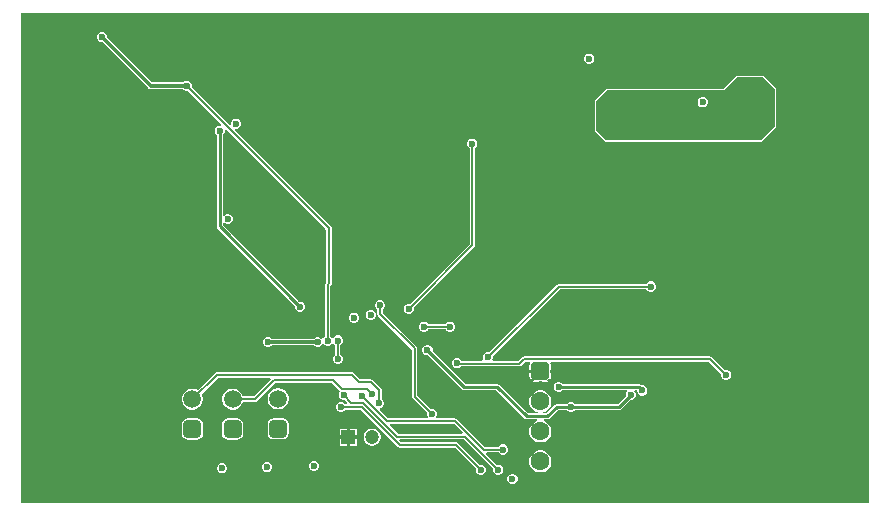
<source format=gbr>
%TF.GenerationSoftware,Altium Limited,Altium Designer,25.4.2 (15)*%
G04 Layer_Physical_Order=4*
G04 Layer_Color=16711680*
%FSLAX45Y45*%
%MOMM*%
%TF.SameCoordinates,3CA1961E-9661-47C5-9BAE-CD2B19B8C498*%
%TF.FilePolarity,Positive*%
%TF.FileFunction,Copper,L4,Bot,Signal*%
%TF.Part,Single*%
G01*
G75*
%TA.AperFunction,Conductor*%
%ADD43C,0.25000*%
%ADD44C,0.20000*%
%ADD45C,0.30000*%
%TA.AperFunction,ComponentPad*%
%ADD47R,1.20000X1.20000*%
%ADD48C,1.20000*%
%ADD49C,1.52000*%
G04:AMPARAMS|DCode=50|XSize=1.52mm|YSize=1.52mm|CornerRadius=0.38mm|HoleSize=0mm|Usage=FLASHONLY|Rotation=90.000|XOffset=0mm|YOffset=0mm|HoleType=Round|Shape=RoundedRectangle|*
%AMROUNDEDRECTD50*
21,1,1.52000,0.76000,0,0,90.0*
21,1,0.76000,1.52000,0,0,90.0*
1,1,0.76000,0.38000,0.38000*
1,1,0.76000,0.38000,-0.38000*
1,1,0.76000,-0.38000,-0.38000*
1,1,0.76000,-0.38000,0.38000*
%
%ADD50ROUNDEDRECTD50*%
%ADD51C,1.60000*%
G04:AMPARAMS|DCode=52|XSize=1.6mm|YSize=1.6mm|CornerRadius=0.4mm|HoleSize=0mm|Usage=FLASHONLY|Rotation=270.000|XOffset=0mm|YOffset=0mm|HoleType=Round|Shape=RoundedRectangle|*
%AMROUNDEDRECTD52*
21,1,1.60000,0.80000,0,0,270.0*
21,1,0.80000,1.60000,0,0,270.0*
1,1,0.80000,-0.40000,-0.40000*
1,1,0.80000,-0.40000,0.40000*
1,1,0.80000,0.40000,0.40000*
1,1,0.80000,0.40000,-0.40000*
%
%ADD52ROUNDEDRECTD52*%
%TA.AperFunction,ViaPad*%
%ADD53C,0.60000*%
%ADD54C,0.50000*%
G36*
X15089609Y4729413D02*
X7910391D01*
Y8879609D01*
X15089609D01*
Y4729413D01*
D02*
G37*
%LPC*%
G36*
X12728493Y8532700D02*
X12711506D01*
X12695813Y8526199D01*
X12683801Y8514187D01*
X12677300Y8498494D01*
Y8481507D01*
X12683801Y8465813D01*
X12695813Y8453801D01*
X12711506Y8447300D01*
X12728493D01*
X12744187Y8453801D01*
X12756199Y8465813D01*
X12762700Y8481507D01*
Y8498494D01*
X12756199Y8514187D01*
X12744187Y8526199D01*
X12728493Y8532700D01*
D02*
G37*
G36*
X13970000Y8343747D02*
X13960280Y8339720D01*
X13854306Y8233747D01*
X12870000D01*
X12860280Y8229720D01*
X12860278Y8229720D01*
X12770280Y8139721D01*
X12766253Y8130000D01*
X12766254Y8130000D01*
Y7880000D01*
X12770280Y7870280D01*
X12850281Y7790280D01*
X12860001Y7786253D01*
X12860001Y7786253D01*
X14170000D01*
X14170000Y7786253D01*
X14179720Y7790280D01*
X14299719Y7910280D01*
X14303748Y7920000D01*
X14303748Y7920001D01*
Y8230000D01*
X14299719Y8239720D01*
X14299719Y8239720D01*
X14199719Y8339720D01*
X14189999Y8343747D01*
X14189999Y8343746D01*
X13970001Y8343747D01*
X13970000Y8343747D01*
D02*
G37*
G36*
X13248492Y6602700D02*
X13231506D01*
X13215813Y6596199D01*
X13203801Y6584187D01*
X13203369Y6583145D01*
X12460000D01*
X12451143Y6581383D01*
X12443634Y6576366D01*
X11869536Y6002268D01*
X11868493Y6002700D01*
X11851506D01*
X11835812Y5996199D01*
X11823801Y5984187D01*
X11817300Y5968494D01*
Y5951507D01*
X11820764Y5943145D01*
X11812575Y5930445D01*
X11637749D01*
X11636199Y5934188D01*
X11624187Y5946199D01*
X11608493Y5952700D01*
X11591506D01*
X11575813Y5946199D01*
X11563801Y5934188D01*
X11557300Y5918494D01*
Y5901507D01*
X11563801Y5885813D01*
X11575813Y5873801D01*
X11591506Y5867300D01*
X11608493D01*
X11624187Y5873801D01*
X11634542Y5884155D01*
X12127300D01*
X12136157Y5885917D01*
X12143666Y5890934D01*
X12174287Y5921555D01*
X12214074D01*
X12220863Y5908855D01*
X12216658Y5902562D01*
X12212568Y5882000D01*
Y5857000D01*
X12228101D01*
Y5827000D01*
X12212568D01*
Y5802000D01*
X12216658Y5781438D01*
X12219809Y5776722D01*
X12230743Y5787656D01*
X12251956Y5766443D01*
X12241022Y5755509D01*
X12245738Y5752358D01*
X12266300Y5748268D01*
X12291300D01*
Y5763801D01*
X12321300D01*
Y5748268D01*
X12346300D01*
X12366862Y5752358D01*
X12371578Y5755509D01*
X12360644Y5766443D01*
X12381857Y5787656D01*
X12392791Y5776722D01*
X12395942Y5781438D01*
X12400032Y5802000D01*
Y5827000D01*
X12384499D01*
Y5857000D01*
X12400032D01*
Y5882000D01*
X12395942Y5902562D01*
X12391737Y5908855D01*
X12398526Y5921555D01*
X13735713D01*
X13837732Y5819536D01*
X13837300Y5818494D01*
Y5801507D01*
X13843800Y5785813D01*
X13855814Y5773801D01*
X13871506Y5767300D01*
X13888493D01*
X13904187Y5773801D01*
X13916199Y5785813D01*
X13922701Y5801507D01*
Y5818494D01*
X13916199Y5834187D01*
X13904187Y5846199D01*
X13888493Y5852700D01*
X13871506D01*
X13870464Y5852268D01*
X13761665Y5961066D01*
X13754156Y5966083D01*
X13745300Y5967845D01*
X12164700D01*
X12155843Y5966083D01*
X12148334Y5961066D01*
X12117713Y5930445D01*
X11907425D01*
X11899236Y5943145D01*
X11902700Y5951507D01*
Y5968494D01*
X11902268Y5969536D01*
X12469587Y6536855D01*
X13203369D01*
X13203801Y6535813D01*
X13215813Y6523801D01*
X13231506Y6517300D01*
X13248492D01*
X13264188Y6523801D01*
X13276199Y6535813D01*
X13282700Y6551507D01*
Y6568494D01*
X13276199Y6584187D01*
X13264188Y6596199D01*
X13248492Y6602700D01*
D02*
G37*
G36*
X11738493Y7812700D02*
X11721506D01*
X11705813Y7806199D01*
X11693801Y7794187D01*
X11687300Y7778493D01*
Y7761506D01*
X11693801Y7745813D01*
X11705813Y7733801D01*
X11706855Y7733369D01*
Y6919587D01*
X11199536Y6412268D01*
X11198493Y6412700D01*
X11181506D01*
X11165813Y6406199D01*
X11153801Y6394187D01*
X11147300Y6378493D01*
Y6361506D01*
X11153801Y6345813D01*
X11165813Y6333801D01*
X11181506Y6327300D01*
X11198493D01*
X11214187Y6333801D01*
X11226199Y6345813D01*
X11232700Y6361506D01*
Y6378493D01*
X11232268Y6379536D01*
X11746366Y6893634D01*
X11751383Y6901143D01*
X11753145Y6910000D01*
Y7733369D01*
X11754187Y7733801D01*
X11766199Y7745813D01*
X11772700Y7761506D01*
Y7778493D01*
X11766199Y7794187D01*
X11754187Y7806199D01*
X11738493Y7812700D01*
D02*
G37*
G36*
X10878494Y6362700D02*
X10861507D01*
X10845813Y6356199D01*
X10833801Y6344187D01*
X10827300Y6328494D01*
Y6311507D01*
X10833801Y6295813D01*
X10845813Y6283801D01*
X10861507Y6277300D01*
X10878494D01*
X10894188Y6283801D01*
X10906199Y6295813D01*
X10912700Y6311507D01*
Y6328494D01*
X10906199Y6344187D01*
X10894188Y6356199D01*
X10878494Y6362700D01*
D02*
G37*
G36*
X10737354Y6338158D02*
X10720367D01*
X10704673Y6331657D01*
X10692661Y6319645D01*
X10686160Y6303952D01*
Y6286965D01*
X10692661Y6271271D01*
X10704673Y6259259D01*
X10720367Y6252758D01*
X10737354D01*
X10753048Y6259259D01*
X10765059Y6271271D01*
X10771560Y6286965D01*
Y6303952D01*
X10765059Y6319645D01*
X10753048Y6331657D01*
X10737354Y6338158D01*
D02*
G37*
G36*
X11548494Y6262700D02*
X11531507D01*
X11515813Y6256199D01*
X11503801Y6244187D01*
X11503369Y6243145D01*
X11356631D01*
X11356199Y6244187D01*
X11344187Y6256199D01*
X11328493Y6262700D01*
X11311506D01*
X11295813Y6256199D01*
X11283801Y6244187D01*
X11277300Y6228494D01*
Y6211507D01*
X11283801Y6195813D01*
X11295813Y6183801D01*
X11311506Y6177300D01*
X11328493D01*
X11344187Y6183801D01*
X11356199Y6195813D01*
X11356631Y6196855D01*
X11503369D01*
X11503801Y6195813D01*
X11515813Y6183801D01*
X11531507Y6177300D01*
X11548494D01*
X11564187Y6183801D01*
X11576199Y6195813D01*
X11582700Y6211507D01*
Y6228494D01*
X11576199Y6244187D01*
X11564187Y6256199D01*
X11548494Y6262700D01*
D02*
G37*
G36*
X8604427Y8713205D02*
X8587440D01*
X8571746Y8706704D01*
X8559734Y8694693D01*
X8553233Y8678999D01*
Y8662012D01*
X8559734Y8646318D01*
X8571746Y8634306D01*
X8587440Y8627805D01*
X8598691D01*
X8986467Y8240030D01*
X8986468Y8240029D01*
X8995630Y8233907D01*
X9006438Y8231757D01*
X9006440Y8231757D01*
X9277856D01*
X9285813Y8223801D01*
X9301506Y8217300D01*
X9318493D01*
X9319536Y8217732D01*
X9602835Y7934433D01*
X9600372Y7927777D01*
X9596608Y7922700D01*
X9581507D01*
X9565813Y7916199D01*
X9553801Y7904187D01*
X9547300Y7888493D01*
Y7871506D01*
X9553801Y7855813D01*
X9564306Y7845307D01*
Y7070000D01*
X9566262Y7060167D01*
X9571832Y7051832D01*
X10227300Y6396364D01*
Y6381506D01*
X10233801Y6365813D01*
X10245813Y6353801D01*
X10261507Y6347300D01*
X10278494D01*
X10294187Y6353801D01*
X10306199Y6365813D01*
X10312700Y6381506D01*
Y6398493D01*
X10306199Y6414187D01*
X10294187Y6426199D01*
X10278494Y6432700D01*
X10263636D01*
X9615694Y7080642D01*
Y7093659D01*
X9628394Y7098920D01*
X9633513Y7093801D01*
X9649207Y7087300D01*
X9666194D01*
X9681887Y7093801D01*
X9693899Y7105813D01*
X9700400Y7121506D01*
Y7138493D01*
X9693899Y7154187D01*
X9681887Y7166199D01*
X9666194Y7172700D01*
X9649207D01*
X9633513Y7166199D01*
X9628394Y7161080D01*
X9615694Y7166341D01*
Y7845307D01*
X9626199Y7855813D01*
X9632700Y7871506D01*
Y7886608D01*
X9637777Y7890372D01*
X9644433Y7892835D01*
X10494523Y7042746D01*
Y6598629D01*
X10487680Y6591786D01*
X10482663Y6584278D01*
X10480901Y6575421D01*
Y6137936D01*
X10479859Y6137505D01*
X10467847Y6125493D01*
X10466032Y6121110D01*
X10451404Y6118983D01*
X10444187Y6126199D01*
X10428493Y6132700D01*
X10411506D01*
X10395813Y6126199D01*
X10387856Y6118243D01*
X10032144D01*
X10024187Y6126199D01*
X10008494Y6132700D01*
X9991507D01*
X9975813Y6126199D01*
X9963801Y6114187D01*
X9957300Y6098494D01*
Y6081507D01*
X9963801Y6065813D01*
X9975813Y6053801D01*
X9991507Y6047300D01*
X10008494D01*
X10024187Y6053801D01*
X10032144Y6061757D01*
X10387856D01*
X10395813Y6053801D01*
X10411506Y6047300D01*
X10428493D01*
X10444187Y6053801D01*
X10456199Y6065813D01*
X10458014Y6070195D01*
X10472642Y6072323D01*
X10479859Y6065106D01*
X10495553Y6058606D01*
X10512540D01*
X10528233Y6065106D01*
X10540245Y6077118D01*
X10540480Y6077685D01*
X10553801Y6078712D01*
X10565812Y6066701D01*
X10566855Y6066269D01*
Y5982168D01*
X10554987Y5970300D01*
X10548486Y5954606D01*
Y5937619D01*
X10554987Y5921925D01*
X10566999Y5909914D01*
X10582693Y5903413D01*
X10599680D01*
X10615374Y5909914D01*
X10627385Y5921925D01*
X10633886Y5937619D01*
Y5954606D01*
X10627385Y5970300D01*
X10615374Y5982312D01*
X10613145Y5983235D01*
Y6066269D01*
X10614187Y6066701D01*
X10626199Y6078713D01*
X10632700Y6094406D01*
Y6111393D01*
X10626199Y6127087D01*
X10614187Y6139099D01*
X10598493Y6145600D01*
X10581506D01*
X10565812Y6139099D01*
X10553801Y6127087D01*
X10553566Y6126520D01*
X10540245Y6125493D01*
X10528233Y6137505D01*
X10527191Y6137936D01*
Y6565834D01*
X10534033Y6572676D01*
X10539050Y6580185D01*
X10540812Y6589042D01*
Y7052333D01*
X10539050Y7061190D01*
X10534033Y7068698D01*
X9717965Y7884767D01*
X9720428Y7891424D01*
X9724192Y7896500D01*
X9739293D01*
X9754987Y7903001D01*
X9766999Y7915013D01*
X9773500Y7930707D01*
Y7947694D01*
X9766999Y7963387D01*
X9754987Y7975399D01*
X9739293Y7981900D01*
X9722306D01*
X9706613Y7975399D01*
X9694601Y7963387D01*
X9688100Y7947694D01*
Y7932592D01*
X9683024Y7928828D01*
X9676367Y7926365D01*
X9352268Y8250464D01*
X9352700Y8251506D01*
Y8268493D01*
X9346199Y8284187D01*
X9334187Y8296199D01*
X9318493Y8302700D01*
X9301506D01*
X9285813Y8296199D01*
X9277856Y8288243D01*
X9018137D01*
X8638633Y8667747D01*
Y8678999D01*
X8632132Y8694693D01*
X8620120Y8706704D01*
X8604427Y8713205D01*
D02*
G37*
G36*
X11358493Y6062700D02*
X11341506D01*
X11325813Y6056199D01*
X11313801Y6044187D01*
X11307300Y6028493D01*
Y6011506D01*
X11313801Y5995812D01*
X11325813Y5983801D01*
X11341506Y5977300D01*
X11356364D01*
X11641832Y5691832D01*
X11650167Y5686262D01*
X11660000Y5684306D01*
X11929357D01*
X12171832Y5441832D01*
X12180168Y5436262D01*
X12190000Y5434306D01*
X12273415D01*
X12275087Y5421606D01*
X12270519Y5420382D01*
X12249381Y5408178D01*
X12232122Y5390919D01*
X12219918Y5369781D01*
X12213600Y5346204D01*
Y5321796D01*
X12219918Y5298219D01*
X12232122Y5277081D01*
X12249381Y5259822D01*
X12270519Y5247618D01*
X12294096Y5241300D01*
X12318504D01*
X12342081Y5247618D01*
X12363219Y5259822D01*
X12380478Y5277081D01*
X12392682Y5298219D01*
X12399000Y5321796D01*
Y5346204D01*
X12392682Y5369781D01*
X12380478Y5390919D01*
X12363219Y5408178D01*
X12342081Y5420382D01*
X12337513Y5421606D01*
X12339185Y5434306D01*
X12366168D01*
X12376000Y5436262D01*
X12384336Y5441832D01*
X12458293Y5515789D01*
X12528596D01*
X12539102Y5505283D01*
X12554796Y5498783D01*
X12571783D01*
X12587476Y5505283D01*
X12597982Y5515789D01*
X12971483D01*
X12981316Y5517745D01*
X12989651Y5523314D01*
X13063635Y5597300D01*
X13078494D01*
X13094186Y5603801D01*
X13106200Y5615812D01*
X13112700Y5631506D01*
Y5648493D01*
X13106200Y5664187D01*
X13098779Y5671606D01*
X13104041Y5684306D01*
X13127213D01*
X13127299Y5684219D01*
Y5671507D01*
X13133801Y5655813D01*
X13145813Y5643801D01*
X13161507Y5637300D01*
X13178494D01*
X13194186Y5643801D01*
X13206200Y5655813D01*
X13212700Y5671507D01*
Y5688494D01*
X13206200Y5704187D01*
X13194186Y5716199D01*
X13178494Y5722700D01*
X13161507D01*
X13161496Y5722696D01*
X13156023Y5728168D01*
X13147688Y5733738D01*
X13137856Y5735694D01*
X12494693D01*
X12484187Y5746199D01*
X12468493Y5752700D01*
X12451506D01*
X12435813Y5746199D01*
X12423801Y5734187D01*
X12417300Y5718494D01*
Y5701507D01*
X12423801Y5685813D01*
X12435813Y5673801D01*
X12451506Y5667300D01*
X12468493D01*
X12484187Y5673801D01*
X12494693Y5684306D01*
X13035959D01*
X13041220Y5671606D01*
X13033801Y5664187D01*
X13027299Y5648493D01*
Y5633636D01*
X12960840Y5567176D01*
X12597982D01*
X12587476Y5577682D01*
X12571783Y5584182D01*
X12554796D01*
X12539102Y5577682D01*
X12528596Y5567176D01*
X12447650D01*
X12437818Y5565220D01*
X12429482Y5559651D01*
X12355525Y5485694D01*
X12331721D01*
X12330049Y5498394D01*
X12342081Y5501618D01*
X12363219Y5513822D01*
X12380478Y5531081D01*
X12392682Y5552219D01*
X12399000Y5575796D01*
Y5600204D01*
X12392682Y5623781D01*
X12380478Y5644919D01*
X12363219Y5662178D01*
X12342081Y5674382D01*
X12318504Y5680700D01*
X12294096D01*
X12270519Y5674382D01*
X12249381Y5662178D01*
X12232122Y5644919D01*
X12219918Y5623781D01*
X12213600Y5600204D01*
Y5575796D01*
X12219918Y5552219D01*
X12232122Y5531081D01*
X12249381Y5513822D01*
X12270519Y5501618D01*
X12282551Y5498394D01*
X12280879Y5485694D01*
X12200643D01*
X11958168Y5728168D01*
X11949833Y5733738D01*
X11940000Y5735694D01*
X11670642D01*
X11392700Y6013636D01*
Y6028493D01*
X11386199Y6044187D01*
X11374187Y6056199D01*
X11358493Y6062700D01*
D02*
G37*
G36*
X10097128Y5697464D02*
X10073773D01*
X10051214Y5691419D01*
X10030988Y5679741D01*
X10014473Y5663227D01*
X10002796Y5643001D01*
X9996751Y5620442D01*
Y5597086D01*
X10002796Y5574527D01*
X10014473Y5554301D01*
X10030988Y5537786D01*
X10051214Y5526109D01*
X10073773Y5520064D01*
X10097128D01*
X10119687Y5526109D01*
X10139913Y5537786D01*
X10156428Y5554301D01*
X10168105Y5574527D01*
X10174150Y5597086D01*
Y5620442D01*
X10168105Y5643001D01*
X10156428Y5663227D01*
X10139913Y5679741D01*
X10119687Y5691419D01*
X10097128Y5697464D01*
D02*
G37*
G36*
X10958493Y6442700D02*
X10941506D01*
X10925813Y6436199D01*
X10913801Y6424187D01*
X10907300Y6408493D01*
Y6391506D01*
X10913801Y6375812D01*
X10925813Y6363801D01*
X10926855Y6363369D01*
Y6326886D01*
X10928617Y6318029D01*
X10933634Y6310521D01*
X11218028Y6026126D01*
Y5628827D01*
X11219790Y5619970D01*
X11224807Y5612461D01*
X11347732Y5489536D01*
X11347300Y5488493D01*
Y5471506D01*
X11353801Y5455813D01*
X11348508Y5443145D01*
X11019587D01*
X10947165Y5515567D01*
X10951957Y5528735D01*
X10964187Y5533801D01*
X10976199Y5545813D01*
X10982700Y5561507D01*
Y5578494D01*
X10976199Y5594187D01*
X10964187Y5606199D01*
X10963145Y5606631D01*
Y5680000D01*
X10961383Y5688858D01*
X10956366Y5696366D01*
X10886366Y5766366D01*
X10878858Y5771383D01*
X10870000Y5773145D01*
X10779587D01*
X10723502Y5829230D01*
X10715994Y5834247D01*
X10707136Y5836009D01*
X9565864D01*
X9557007Y5834247D01*
X9549498Y5829230D01*
X9404182Y5683913D01*
X9394237Y5689655D01*
X9371678Y5695700D01*
X9348322D01*
X9325763Y5689655D01*
X9305537Y5677977D01*
X9289023Y5661463D01*
X9277345Y5641237D01*
X9271300Y5618678D01*
Y5595322D01*
X9277345Y5572763D01*
X9289023Y5552537D01*
X9305537Y5536022D01*
X9325763Y5524345D01*
X9348322Y5518300D01*
X9371678D01*
X9394237Y5524345D01*
X9414463Y5536022D01*
X9430978Y5552537D01*
X9442655Y5572763D01*
X9448700Y5595322D01*
Y5618678D01*
X9442655Y5641237D01*
X9436913Y5651182D01*
X9575451Y5789719D01*
X10019027D01*
X10024288Y5777019D01*
X9877413Y5630145D01*
X9785627D01*
X9782655Y5641237D01*
X9770977Y5661463D01*
X9754463Y5677977D01*
X9734237Y5689655D01*
X9711678Y5695700D01*
X9688322D01*
X9665763Y5689655D01*
X9645537Y5677977D01*
X9629022Y5661463D01*
X9617345Y5641237D01*
X9611300Y5618678D01*
Y5595322D01*
X9617345Y5572763D01*
X9629022Y5552537D01*
X9645537Y5536022D01*
X9665763Y5524345D01*
X9688322Y5518300D01*
X9711678D01*
X9734237Y5524345D01*
X9754463Y5536022D01*
X9770977Y5552537D01*
X9782655Y5572763D01*
X9785627Y5583855D01*
X9887000D01*
X9895857Y5585617D01*
X9903366Y5590634D01*
X10059423Y5746691D01*
X10079836D01*
X10080661Y5746855D01*
X10540414D01*
X10604461Y5682808D01*
X10605499Y5665885D01*
X10603801Y5664187D01*
X10597300Y5648493D01*
Y5631506D01*
X10603801Y5615812D01*
X10615813Y5603801D01*
X10631507Y5597300D01*
X10648494D01*
X10649536Y5597732D01*
X10670110Y5577159D01*
X10665250Y5565136D01*
X10655797Y5564590D01*
X10644187Y5576199D01*
X10628494Y5582700D01*
X10611507D01*
X10595813Y5576199D01*
X10583801Y5564187D01*
X10577300Y5548494D01*
Y5531507D01*
X10583801Y5515813D01*
X10595813Y5503801D01*
X10611507Y5497300D01*
X10628494D01*
X10644187Y5503801D01*
X10656199Y5515813D01*
X10656631Y5516855D01*
X10784169D01*
X11097390Y5203634D01*
X11104898Y5198617D01*
X11113756Y5196855D01*
X11580413D01*
X11757732Y5019536D01*
X11757300Y5018493D01*
Y5001506D01*
X11763801Y4985812D01*
X11775813Y4973801D01*
X11791507Y4967300D01*
X11808494D01*
X11824187Y4973801D01*
X11836199Y4985812D01*
X11842700Y5001506D01*
Y5018493D01*
X11836199Y5034187D01*
X11824187Y5046199D01*
X11808494Y5052700D01*
X11791507D01*
X11790464Y5052268D01*
X11606366Y5236366D01*
X11598857Y5241383D01*
X11590000Y5243145D01*
X11123342D01*
X11111365Y5255122D01*
X11116225Y5266855D01*
X11660413D01*
X11907732Y5019536D01*
X11907300Y5018493D01*
Y5001506D01*
X11913801Y4985812D01*
X11925813Y4973801D01*
X11941506Y4967300D01*
X11958493D01*
X11974187Y4973801D01*
X11986199Y4985812D01*
X11992700Y5001506D01*
Y5018493D01*
X11986199Y5034187D01*
X11974187Y5046199D01*
X11958493Y5052700D01*
X11941506D01*
X11940464Y5052268D01*
X11847609Y5145122D01*
X11852470Y5156855D01*
X11953369D01*
X11953801Y5155813D01*
X11965812Y5143801D01*
X11981506Y5137300D01*
X11998493D01*
X12014187Y5143801D01*
X12026199Y5155813D01*
X12032700Y5171507D01*
Y5188494D01*
X12026199Y5204187D01*
X12014187Y5216199D01*
X11998493Y5222700D01*
X11981506D01*
X11965812Y5216199D01*
X11953801Y5204187D01*
X11953369Y5203145D01*
X11835831D01*
X11602610Y5436366D01*
X11595102Y5441383D01*
X11586244Y5443145D01*
X11431492D01*
X11426199Y5455813D01*
X11432700Y5471506D01*
Y5488493D01*
X11426199Y5504187D01*
X11414187Y5516199D01*
X11398494Y5522700D01*
X11381507D01*
X11380464Y5522268D01*
X11264318Y5638414D01*
Y6035713D01*
X11262556Y6044570D01*
X11257539Y6052079D01*
X10973145Y6336473D01*
Y6363369D01*
X10974187Y6363801D01*
X10986199Y6375812D01*
X10992700Y6391506D01*
Y6408493D01*
X10986199Y6424187D01*
X10974187Y6436199D01*
X10958493Y6442700D01*
D02*
G37*
G36*
X10754031Y5357249D02*
X10696331D01*
Y5342748D01*
X10666331D01*
Y5357249D01*
X10608631D01*
Y5299549D01*
X10623132D01*
Y5269549D01*
X10608631D01*
Y5211849D01*
X10666331D01*
Y5226350D01*
X10696331D01*
Y5211849D01*
X10754031D01*
Y5269549D01*
X10739530D01*
Y5299549D01*
X10754031D01*
Y5357249D01*
D02*
G37*
G36*
X10123450Y5444457D02*
X10047451D01*
X10027668Y5440522D01*
X10010898Y5429317D01*
X9999692Y5412546D01*
X9995757Y5392764D01*
Y5316764D01*
X9999692Y5296982D01*
X10010898Y5280211D01*
X10027668Y5269006D01*
X10047451Y5265071D01*
X10123450D01*
X10143233Y5269006D01*
X10160003Y5280211D01*
X10171209Y5296982D01*
X10175144Y5316764D01*
Y5392764D01*
X10171209Y5412546D01*
X10160003Y5429317D01*
X10143233Y5440522D01*
X10123450Y5444457D01*
D02*
G37*
G36*
X9738000Y5442693D02*
X9662000D01*
X9642218Y5438758D01*
X9625447Y5427553D01*
X9614242Y5410782D01*
X9610307Y5391000D01*
Y5315000D01*
X9614242Y5295218D01*
X9625447Y5278447D01*
X9642218Y5267242D01*
X9662000Y5263307D01*
X9738000D01*
X9757782Y5267242D01*
X9774552Y5278447D01*
X9785758Y5295218D01*
X9789693Y5315000D01*
Y5391000D01*
X9785758Y5410782D01*
X9774552Y5427553D01*
X9757782Y5438758D01*
X9738000Y5442693D01*
D02*
G37*
G36*
X9398000D02*
X9322000D01*
X9302218Y5438758D01*
X9285448Y5427553D01*
X9274242Y5410782D01*
X9270307Y5391000D01*
Y5315000D01*
X9274242Y5295218D01*
X9285448Y5278447D01*
X9302218Y5267242D01*
X9322000Y5263307D01*
X9398000D01*
X9417782Y5267242D01*
X9434553Y5278447D01*
X9445758Y5295218D01*
X9449693Y5315000D01*
Y5391000D01*
X9445758Y5410782D01*
X9434553Y5427553D01*
X9417782Y5438758D01*
X9398000Y5442693D01*
D02*
G37*
G36*
X10890902Y5357249D02*
X10871760D01*
X10853270Y5352295D01*
X10836692Y5342724D01*
X10823157Y5329188D01*
X10813585Y5312610D01*
X10808631Y5294120D01*
Y5274978D01*
X10813585Y5256488D01*
X10823157Y5239911D01*
X10836692Y5226375D01*
X10853270Y5216804D01*
X10871760Y5211849D01*
X10890902D01*
X10909392Y5216804D01*
X10925970Y5226375D01*
X10939505Y5239911D01*
X10949077Y5256488D01*
X10954031Y5274978D01*
Y5294120D01*
X10949077Y5312610D01*
X10939505Y5329188D01*
X10925970Y5342724D01*
X10909392Y5352295D01*
X10890902Y5357249D01*
D02*
G37*
G36*
X10398494Y5082700D02*
X10381507D01*
X10365813Y5076199D01*
X10353801Y5064187D01*
X10347300Y5048494D01*
Y5031507D01*
X10353801Y5015813D01*
X10365813Y5003801D01*
X10381507Y4997300D01*
X10398494D01*
X10414187Y5003801D01*
X10426199Y5015813D01*
X10432700Y5031507D01*
Y5048494D01*
X10426199Y5064187D01*
X10414187Y5076199D01*
X10398494Y5082700D01*
D02*
G37*
G36*
X12318504Y5172700D02*
X12294096D01*
X12270519Y5166382D01*
X12249381Y5154178D01*
X12232122Y5136919D01*
X12219918Y5115781D01*
X12213600Y5092204D01*
Y5067796D01*
X12219918Y5044219D01*
X12232122Y5023081D01*
X12249381Y5005822D01*
X12270519Y4993618D01*
X12294096Y4987300D01*
X12318504D01*
X12342081Y4993618D01*
X12363219Y5005822D01*
X12380478Y5023081D01*
X12392682Y5044219D01*
X12399000Y5067796D01*
Y5092204D01*
X12392682Y5115781D01*
X12380478Y5136919D01*
X12363219Y5154178D01*
X12342081Y5166382D01*
X12318504Y5172700D01*
D02*
G37*
G36*
X9998494Y5072700D02*
X9981507D01*
X9965813Y5066199D01*
X9953801Y5054188D01*
X9947300Y5038494D01*
Y5021507D01*
X9953801Y5005813D01*
X9965813Y4993801D01*
X9981507Y4987300D01*
X9998494D01*
X10014187Y4993801D01*
X10026199Y5005813D01*
X10032700Y5021507D01*
Y5038494D01*
X10026199Y5054188D01*
X10014187Y5066199D01*
X9998494Y5072700D01*
D02*
G37*
G36*
X9618494Y5062700D02*
X9601507D01*
X9585813Y5056199D01*
X9573801Y5044188D01*
X9567300Y5028494D01*
Y5011507D01*
X9573801Y4995813D01*
X9585813Y4983801D01*
X9601507Y4977300D01*
X9618494D01*
X9634187Y4983801D01*
X9646199Y4995813D01*
X9652700Y5011507D01*
Y5028494D01*
X9646199Y5044188D01*
X9634187Y5056199D01*
X9618494Y5062700D01*
D02*
G37*
G36*
X12078493Y4972700D02*
X12061506D01*
X12045813Y4966199D01*
X12033801Y4954187D01*
X12027300Y4938494D01*
Y4921507D01*
X12033801Y4905813D01*
X12045813Y4893801D01*
X12061506Y4887300D01*
X12078493D01*
X12094187Y4893801D01*
X12106199Y4905813D01*
X12112700Y4921507D01*
Y4938494D01*
X12106199Y4954187D01*
X12094187Y4966199D01*
X12078493Y4972700D01*
D02*
G37*
%LPD*%
G36*
X14189999Y8330000D02*
X14289999Y8230000D01*
Y7920000D01*
X14170000Y7800000D01*
X12860001D01*
X12780000Y7880000D01*
Y8130000D01*
X12870000Y8220000D01*
X13860001D01*
X13970000Y8330000D01*
X14189999Y8330000D01*
D02*
G37*
%LPC*%
G36*
X13688493Y8162700D02*
X13671507D01*
X13655814Y8156199D01*
X13643800Y8144187D01*
X13637300Y8128494D01*
Y8111507D01*
X13643800Y8095813D01*
X13655814Y8083801D01*
X13671507Y8077300D01*
X13688493D01*
X13704187Y8083801D01*
X13716199Y8095813D01*
X13722701Y8111507D01*
Y8128494D01*
X13716199Y8144187D01*
X13704187Y8156199D01*
X13688493Y8162700D01*
D02*
G37*
%LPD*%
G36*
X11648635Y5324878D02*
X11643775Y5313145D01*
X11103342D01*
X11031365Y5385122D01*
X11036225Y5396855D01*
X11576658D01*
X11648635Y5324878D01*
D02*
G37*
D43*
X9590000Y7070000D02*
Y7880000D01*
Y7070000D02*
X10270000Y6390000D01*
X11660000Y5710000D02*
X11940000D01*
X11350000Y6020000D02*
X11660000Y5710000D01*
X13167854Y5680000D02*
X13170000D01*
X13137856Y5710000D02*
X13167854Y5680000D01*
X12460000Y5710000D02*
X13137856D01*
X12190000Y5460000D02*
X12366168D01*
X11940000Y5710000D02*
X12190000Y5460000D01*
X12366168D02*
X12447650Y5541482D01*
X12563289D01*
X12971483D01*
X13070000Y5640000D01*
D44*
X10080000Y5770000D02*
X10550000D01*
X10049836Y5769836D02*
X10079836D01*
X10080000Y5770000D01*
X9887000Y5607000D02*
X10049836Y5769836D01*
X10707136Y5812864D02*
X10770000Y5750000D01*
X9565864Y5812864D02*
X10707136D01*
X9360000Y5607000D02*
X9565864Y5812864D01*
X10550000Y5770000D02*
X10627300Y5692700D01*
X10770000Y5750000D02*
X10870000D01*
X10940000Y5680000D01*
Y5570000D02*
Y5680000D01*
X10950000Y6326886D02*
X11241173Y6035713D01*
Y5628827D02*
Y6035713D01*
X10950000Y6326886D02*
Y6400000D01*
X11241173Y5628827D02*
X11390000Y5480000D01*
X11586244Y5420000D02*
X11826244Y5180000D01*
X10800000Y5630000D02*
X11010000Y5420000D01*
X11586244D01*
X10504046Y6101306D02*
Y6575421D01*
X9310000Y8260000D02*
X10517667Y7052333D01*
Y6589042D02*
Y7052333D01*
X10504046Y6575421D02*
X10517667Y6589042D01*
X11320000Y6220000D02*
X11540000D01*
X11730000Y6910000D02*
Y7770000D01*
X11190000Y6370000D02*
X11730000Y6910000D01*
X10841856Y5692700D02*
X10881801Y5652755D01*
X10627300Y5692700D02*
X10841856D01*
X9700000Y5607000D02*
X9887000D01*
X10640000Y5640000D02*
X10702700Y5577300D01*
X10806455D01*
X11093755Y5290000D02*
X11670000D01*
X10620000Y5540000D02*
X10793755D01*
X11113756Y5220000D02*
X11590000D01*
X10806455Y5577300D02*
X11093755Y5290000D01*
X10793755Y5540000D02*
X11113756Y5220000D01*
X11590000D02*
X11800000Y5010000D01*
X12164700Y5944700D02*
X13745300D01*
X13880000Y5810000D01*
X12127300Y5907300D02*
X12164700Y5944700D01*
X11602700Y5907300D02*
X12127300D01*
X11600000Y5910000D02*
X11602700Y5907300D01*
X12460000Y6560000D02*
X13239999D01*
X11860000Y5960000D02*
X12460000Y6560000D01*
X11826244Y5180000D02*
X11990000D01*
X11670000Y5290000D02*
X11950000Y5010000D01*
X10590000Y5947299D02*
Y6102900D01*
Y5947299D02*
X10591186Y5946113D01*
D45*
X10000000Y6090000D02*
X10420000D01*
X8595933Y8670505D02*
X9006438Y8260000D01*
X9310000D01*
D47*
X10681331Y5284549D02*
D03*
D48*
X10881331D02*
D03*
D49*
X9360000Y5607000D02*
D03*
X10085450Y5608764D02*
D03*
X9700000Y5607000D02*
D03*
D50*
X9360000Y5353000D02*
D03*
X10085450Y5354764D02*
D03*
X9700000Y5353000D02*
D03*
D51*
X12306300Y5588000D02*
D03*
Y5334000D02*
D03*
Y5080000D02*
D03*
D52*
Y5842000D02*
D03*
D53*
X14700003Y8400001D02*
D03*
X14875003Y8050001D02*
D03*
X14700003Y7700001D02*
D03*
X14875003Y7350001D02*
D03*
X14700003Y5600001D02*
D03*
X14875003Y5250001D02*
D03*
X14700003Y4900001D02*
D03*
X14350003Y8400001D02*
D03*
Y7700001D02*
D03*
X14525002Y7350001D02*
D03*
X14350003Y7000001D02*
D03*
X14525002Y6650001D02*
D03*
Y5250001D02*
D03*
X14350003Y4900001D02*
D03*
X14000002Y8400001D02*
D03*
X14175002Y7350001D02*
D03*
Y5250001D02*
D03*
X14000002Y4900001D02*
D03*
X13825002Y7350001D02*
D03*
X13650002Y7000001D02*
D03*
X13825002Y5950001D02*
D03*
X13650002Y5600001D02*
D03*
X13825002Y5250001D02*
D03*
X13650002Y4900001D02*
D03*
X13300002Y7000001D02*
D03*
X13475002Y5250001D02*
D03*
X13300002Y4900001D02*
D03*
X12250002Y8400001D02*
D03*
X12425002Y7350001D02*
D03*
X11900002Y8400001D02*
D03*
X11550002D02*
D03*
X11200002D02*
D03*
Y7000001D02*
D03*
X10850002Y8400001D02*
D03*
X11025002Y8050001D02*
D03*
X10850002Y7700001D02*
D03*
X11025002Y7350001D02*
D03*
X10850002Y7000001D02*
D03*
X10675002Y8050001D02*
D03*
X10325002D02*
D03*
Y5250001D02*
D03*
X9975002Y8050001D02*
D03*
X9800002Y6300001D02*
D03*
X9975002Y5950001D02*
D03*
Y5250001D02*
D03*
X9625002Y5950001D02*
D03*
X9275002Y8050001D02*
D03*
X8750002Y4900001D02*
D03*
X8400001D02*
D03*
X8225001Y8050001D02*
D03*
Y7350001D02*
D03*
Y6650001D02*
D03*
X8050001Y6300001D02*
D03*
Y5600001D02*
D03*
Y4900001D02*
D03*
X11420000Y5020000D02*
D03*
X11810000Y5380000D02*
D03*
X10374359Y5633536D02*
D03*
X10890000Y6770000D02*
D03*
X11030000D02*
D03*
X13250000Y5480000D02*
D03*
X14910001Y6660000D02*
D03*
X14260001Y6930000D02*
D03*
X13939999D02*
D03*
X13539999Y7580000D02*
D03*
X13530000Y7240000D02*
D03*
X13680000Y8120000D02*
D03*
X14570000Y8130000D02*
D03*
X13900000Y8650000D02*
D03*
X10020000Y7960000D02*
D03*
X9900000D02*
D03*
X8120000Y7860000D02*
D03*
Y7510000D02*
D03*
Y7130000D02*
D03*
X8130000Y6770000D02*
D03*
X8080000Y6460000D02*
D03*
X8240000Y5370000D02*
D03*
X8370000D02*
D03*
X10252790Y5954410D02*
D03*
X10050000Y6160000D02*
D03*
Y6300000D02*
D03*
X13641495Y8000589D02*
D03*
X11040092Y6311323D02*
D03*
X14900000Y6870000D02*
D03*
X14710001D02*
D03*
Y7000000D02*
D03*
X14900000Y7010000D02*
D03*
X8490000Y5070000D02*
D03*
X8300000D02*
D03*
Y5210000D02*
D03*
X8490000D02*
D03*
X10950000Y6400000D02*
D03*
X11390000Y5480000D02*
D03*
X10504046Y6101306D02*
D03*
X9590000Y7880000D02*
D03*
X9730800Y7939200D02*
D03*
X9657700Y7130000D02*
D03*
X10270000Y6390000D02*
D03*
X10870000Y6320000D02*
D03*
X10728860Y6295458D02*
D03*
X11540000Y6220000D02*
D03*
X11320000D02*
D03*
X11190000Y6370000D02*
D03*
X11730000Y7770000D02*
D03*
X10420000Y6090000D02*
D03*
X10940000Y5570000D02*
D03*
X10881801Y5652755D02*
D03*
X10640000Y5640000D02*
D03*
X10800000Y5630000D02*
D03*
X10620000Y5540000D02*
D03*
X13880000Y5810000D02*
D03*
X13239999Y6560000D02*
D03*
X11860000Y5960000D02*
D03*
X12460000Y5710000D02*
D03*
X11600000Y5910000D02*
D03*
X11350000Y6020000D02*
D03*
X13170000Y5680000D02*
D03*
X13070000Y5640000D02*
D03*
X12563289Y5541482D02*
D03*
X11990000Y5180000D02*
D03*
X11800000Y5010000D02*
D03*
X11950000D02*
D03*
X10590000Y6102900D02*
D03*
X10591186Y5946113D02*
D03*
X10000000Y6090000D02*
D03*
X14000000Y8000000D02*
D03*
X14147267Y8231124D02*
D03*
X9310000Y8260000D02*
D03*
X8595933Y8670505D02*
D03*
X8200000Y8370000D02*
D03*
X8080000D02*
D03*
X8200000Y8550000D02*
D03*
X8080000D02*
D03*
X11310000Y5360000D02*
D03*
X11400000Y5570000D02*
D03*
X12070000Y4930000D02*
D03*
X10390000Y5040000D02*
D03*
X9990000Y5030000D02*
D03*
X9610000Y5020000D02*
D03*
X12720000Y8490000D02*
D03*
D54*
X11158800Y6036700D02*
D03*
Y5913700D02*
D03*
X10748801Y6036700D02*
D03*
Y5913700D02*
D03*
X10953801Y6036700D02*
D03*
Y5913700D02*
D03*
X11069801Y6036700D02*
D03*
Y5913700D02*
D03*
X10837801Y6036700D02*
D03*
Y5913700D02*
D03*
Y6130200D02*
D03*
Y5820200D02*
D03*
X11069801Y6130200D02*
D03*
Y5820200D02*
D03*
X10953801Y6130200D02*
D03*
Y5820200D02*
D03*
%TF.MD5,d8e44c066310a4abeed8dc9ed79fd849*%
M02*

</source>
